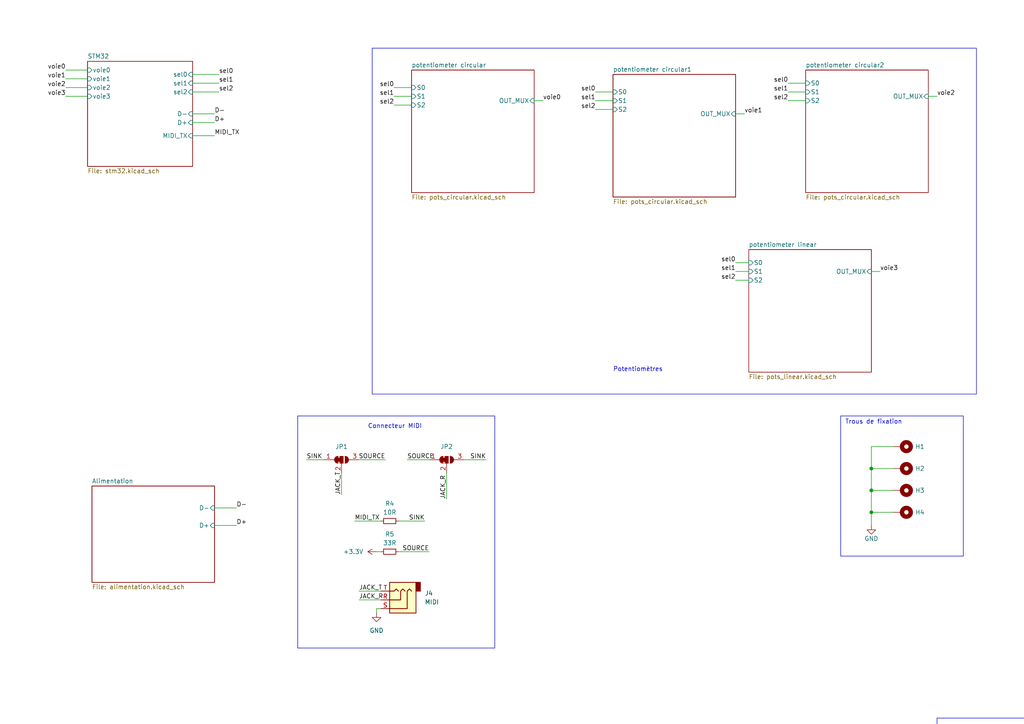
<source format=kicad_sch>
(kicad_sch (version 20231120) (generator "eeschema") (generator_version "8.0")
  (paper "A4")
  (lib_symbols
    (symbol "Connector_Audio:AudioJack3"
      (property "Reference" "J" (at 0 8.89 0))
      (property "Value" "AudioJack3" (at 0 6.35 0))
      (symbol "AudioJack3_0_1"
        (rectangle (start -5.08 -5.08) (end -6.35 -2.54) (stroke (width 0.254)) (fill (type outline)))
        (polyline (pts (xy 0 -2.54) (xy 0.635 -3.175) (xy 1.27 -2.54) (xy 2.54 -2.54)) (stroke (width 0.254)))
        (polyline (pts (xy -1.905 -2.54) (xy -1.27 -3.175) (xy -0.635 -2.54) (xy -0.635 0) (xy 2.54 0)) (stroke (width 0.254)))
        (polyline (pts (xy 2.54 2.54) (xy -2.54 2.54) (xy -2.54 -2.54) (xy -3.175 -3.175) (xy -3.81 -2.54)) (stroke (width 0.254)))
        (rectangle (start 2.54 3.81) (end -5.08 -5.08) (stroke (width 0.254)) (fill (type background)))
      )
      (symbol "AudioJack3_1_1"
        (pin passive line (at 5.08 0 180) (length 2.54) (name "~") (number "R"))
        (pin passive line (at 5.08 2.54 180) (length 2.54) (name "~") (number "S"))
        (pin passive line (at 5.08 -2.54 180) (length 2.54) (name "~") (number "T"))
      )
    )
    (symbol "Device:R_Small" (pin_numbers hide) (pin_names (offset 0.254) hide)
      (property "Reference" "R" (at 0.762 0.508 0))
      (property "Value" "R_Small" (at 0.762 -1.016 0))
      (symbol "R_Small_0_1"
        (rectangle (start -0.762 1.778) (end 0.762 -1.778) (stroke (width 0.2032)))
      )
      (symbol "R_Small_1_1"
        (pin passive line (at 0 2.54 270) (length 0.762) (name "~") (number "1"))
        (pin passive line (at 0 -2.54 90) (length 0.762) (name "~") (number "2"))
      )
    )
    (symbol "Jumper:SolderJumper_3_Bridged12" (pin_names (offset 0) hide)
      (property "Reference" "JP" (at -2.54 -2.54 0))
      (property "Value" "SolderJumper_3_Bridged12" (at 0 2.794 0))
      (symbol "SolderJumper_3_Bridged12_0_1"
        (rectangle (start -1.016 0.508) (end -0.508 -0.508) (fill (type outline)))
        (arc (start -1.016 1.016) (mid -2.0276 0) (end -1.016 -1.016))
        (arc (start -1.016 1.016) (mid -2.0276 0) (end -1.016 -1.016) (fill (type outline)))
        (rectangle (start -0.508 1.016) (end 0.508 -1.016) (fill (type outline)))
        (polyline (pts (xy -2.54 0) (xy -2.032 0)))
        (polyline (pts (xy -1.016 1.016) (xy -1.016 -1.016)))
        (polyline (pts (xy 0 -1.27) (xy 0 -1.016)))
        (polyline (pts (xy 1.016 1.016) (xy 1.016 -1.016)))
        (polyline (pts (xy 2.54 0) (xy 2.032 0)))
        (arc (start 1.016 -1.016) (mid 2.0276 0) (end 1.016 1.016))
        (arc (start 1.016 -1.016) (mid 2.0276 0) (end 1.016 1.016) (fill (type outline)))
      )
      (symbol "SolderJumper_3_Bridged12_1_1"
        (pin passive line (at -5.08 0 0) (length 2.54) (name "A") (number "1"))
        (pin passive line (at 0 -3.81 90) (length 2.54) (name "C") (number "2"))
        (pin passive line (at 5.08 0 180) (length 2.54) (name "B") (number "3"))
      )
    )
    (symbol "Mechanical:MountingHole_Pad" (pin_numbers hide) (pin_names (offset 1.016) hide)
      (property "Reference" "H" (at 0 6.35 0))
      (property "Value" "MountingHole_Pad" (at 0 4.445 0))
      (symbol "MountingHole_Pad_0_1"
        (circle (center 0 1.27) (radius 1.27) (stroke (width 1.27)))
      )
      (symbol "MountingHole_Pad_1_1"
        (pin input line (at 0 -2.54 90) (length 2.54) (name "1") (number "1"))
      )
    )
    (symbol "power:+3.3V" (power) (pin_names (offset 0))
      (property "Value" "+3.3V" (at 0 3.556 0))
      (symbol "+3.3V_0_1"
        (polyline (pts (xy -0.762 1.27) (xy 0 2.54)))
        (polyline (pts (xy 0 0) (xy 0 2.54)))
        (polyline (pts (xy 0 2.54) (xy 0.762 1.27)))
      )
      (symbol "+3.3V_1_1"
        (pin power_in line (at 0 0 90) (length 0) hide (name "+3.3V") (number "1"))
      )
    )
    (symbol "power:GND" (power) (pin_names (offset 0))
      (property "Value" "GND" (at 0 -3.81 0))
      (symbol "GND_0_1"
        (polyline (pts (xy 0 0) (xy 0 -1.27) (xy 1.27 -1.27) (xy 0 -2.54) (xy -1.27 -1.27) (xy 0 -1.27)))
      )
      (symbol "GND_1_1"
        (pin power_in line (at 0 0 270) (length 0) hide (name "GND") (number "1"))
      )
    )
  )
  (junction (at 252.73 135.89))
  (junction (at 252.73 148.59))
  (junction (at 252.73 142.24))
  (polyline (pts (xy 364.49 208.28) (xy 271.78 208.28)))
  (wire (pts (xy 213.36 81.28) (xy 217.17 81.28)))
  (wire (pts (xy 55.88 33.02) (xy 62.23 33.02)))
  (wire (pts (xy 102.87 151.13) (xy 110.49 151.13)))
  (wire (pts (xy 109.22 160.02) (xy 110.49 160.02)))
  (wire (pts (xy 172.72 26.67) (xy 177.8 26.67)))
  (wire (pts (xy 259.08 148.59) (xy 252.73 148.59)))
  (wire (pts (xy 259.08 135.89) (xy 252.73 135.89)))
  (wire (pts (xy 114.3 25.4) (xy 119.38 25.4)))
  (wire (pts (xy 228.6 26.67) (xy 233.68 26.67)))
  (wire (pts (xy 99.06 137.16) (xy 99.06 143.51)))
  (wire (pts (xy 213.36 33.02) (xy 215.9 33.02)))
  (wire (pts (xy 252.73 135.89) (xy 252.73 142.24)))
  (wire (pts (xy 104.14 171.45) (xy 110.49 171.45)))
  (wire (pts (xy 252.73 78.74) (xy 255.27 78.74)))
  (wire (pts (xy 63.5 21.59) (xy 55.88 21.59)))
  (wire (pts (xy 213.36 76.2) (xy 217.17 76.2)))
  (wire (pts (xy 25.4 25.4) (xy 19.05 25.4)))
  (wire (pts (xy 114.3 30.48) (xy 119.38 30.48)))
  (wire (pts (xy 172.72 29.21) (xy 177.8 29.21)))
  (wire (pts (xy 63.5 26.67) (xy 55.88 26.67)))
  (wire (pts (xy 252.73 129.54) (xy 252.73 135.89)))
  (wire (pts (xy 109.22 177.8) (xy 109.22 176.53)))
  (wire (pts (xy 104.14 173.99) (xy 110.49 173.99)))
  (wire (pts (xy 252.73 148.59) (xy 252.73 152.4)))
  (wire (pts (xy 104.14 133.35) (xy 111.76 133.35)))
  (wire (pts (xy 115.57 160.02) (xy 124.46 160.02)))
  (wire (pts (xy 213.36 78.74) (xy 217.17 78.74)))
  (wire (pts (xy 114.3 27.94) (xy 119.38 27.94)))
  (wire (pts (xy 154.94 29.21) (xy 157.48 29.21)))
  (wire (pts (xy 25.4 22.86) (xy 19.05 22.86)))
  (wire (pts (xy 228.6 29.21) (xy 233.68 29.21)))
  (wire (pts (xy 129.54 137.16) (xy 129.54 144.78)))
  (wire (pts (xy 252.73 142.24) (xy 252.73 148.59)))
  (wire (pts (xy 63.5 24.13) (xy 55.88 24.13)))
  (wire (pts (xy 115.57 151.13) (xy 123.19 151.13)))
  (wire (pts (xy 25.4 20.32) (xy 19.05 20.32)))
  (wire (pts (xy 62.23 152.4) (xy 68.58 152.4)))
  (wire (pts (xy 88.9 133.35) (xy 93.98 133.35)))
  (wire (pts (xy 62.23 147.32) (xy 68.58 147.32)))
  (wire (pts (xy 109.22 176.53) (xy 110.49 176.53)))
  (polyline (pts (xy 271.78 208.28) (xy 271.78 219.71)))
  (wire (pts (xy 228.6 24.13) (xy 233.68 24.13)))
  (wire (pts (xy 19.05 27.94) (xy 25.4 27.94)))
  (wire (pts (xy 259.08 129.54) (xy 252.73 129.54)))
  (wire (pts (xy 55.88 35.56) (xy 62.23 35.56)))
  (wire (pts (xy 118.11 133.35) (xy 124.46 133.35)))
  (wire (pts (xy 269.24 27.94) (xy 271.78 27.94)))
  (wire (pts (xy 55.88 39.37) (xy 62.23 39.37)))
  (wire (pts (xy 172.72 31.75) (xy 177.8 31.75)))
  (wire (pts (xy 134.62 133.35) (xy 140.97 133.35)))
  (wire (pts (xy 259.08 142.24) (xy 252.73 142.24)))
  (rectangle (start 86.36 120.65) (end 143.51 187.96))
  (rectangle (start 243.84 120.65) (end 279.4 161.29))
  (rectangle (start 107.95 13.97) (end 283.21 114.3))
  (text "Trous de fixation" (at 245.11 123.19 0) (effects (font (size 1.27 1.27)) (justify left bottom)))
  (text "Potentiomètres" (at 177.8 107.95 0) (effects (font (size 1.27 1.27)) (justify left bottom)))
  (text "Connecteur MIDI" (at 106.68 124.46 0) (effects (font (size 1.27 1.27)) (justify left bottom)))
  (label "JACK_R" (at 104.14 173.99 0))
  (label "SINK" (at 88.9 133.35 0))
  (label "D+" (at 68.58 152.4 0))
  (label "MIDI_TX" (at 62.23 39.37 0))
  (label "SOURCE" (at 118.11 133.35 0))
  (label "sel2" (at 63.5 26.67 0))
  (label "D-" (at 62.23 33.02 0))
  (label "sel2" (at 114.3 30.48 180))
  (label "sel0" (at 172.72 26.67 180))
  (label "sel2" (at 172.72 31.75 180))
  (label "sel0" (at 228.6 24.13 180))
  (label "voie1" (at 19.05 22.86 180))
  (label "voie0" (at 19.05 20.32 180))
  (label "D-" (at 68.58 147.32 0))
  (label "JACK_R" (at 129.54 144.78 90))
  (label "MIDI_TX" (at 102.87 151.13 0))
  (label "voie3" (at 19.05 27.94 180))
  (label "voie2" (at 19.05 25.4 180))
  (label "sel1" (at 172.72 29.21 180))
  (label "voie3" (at 255.27 78.74 0))
  (label "voie2" (at 271.78 27.94 0))
  (label "SOURCE" (at 111.76 133.35 180))
  (label "D+" (at 62.23 35.56 0))
  (label "sel1" (at 213.36 78.74 180))
  (label "SINK" (at 123.19 151.13 180))
  (label "sel2" (at 228.6 29.21 180))
  (label "sel0" (at 114.3 25.4 180))
  (label "sel2" (at 213.36 81.28 180))
  (label "sel0" (at 213.36 76.2 180))
  (label "sel1" (at 228.6 26.67 180))
  (label "voie1" (at 215.9 33.02 0))
  (label "JACK_T" (at 104.14 171.45 0))
  (label "SINK" (at 140.97 133.35 180))
  (label "voie0" (at 157.48 29.21 0))
  (label "sel1" (at 63.5 24.13 0))
  (label "sel1" (at 114.3 27.94 180))
  (label "SOURCE" (at 124.46 160.02 180))
  (label "sel0" (at 63.5 21.59 0))
  (label "JACK_T" (at 99.06 143.51 90))
  (symbol (lib_id "power:GND") (at 252.73 152.4 0) (unit 1)
    (property "Reference" "#PWR010" (effects (hide yes)))
    (property "Value" "GND" (at 252.73 156.21 0))
  )
  (symbol (lib_id "Mechanical:MountingHole_Pad") (at 261.62 142.24 270) (unit 1)
    (property "Reference" "H3" (at 265.43 142.24 90) (effects (justify left)))
    (property "Value" "MountingHole_Pad" (effects (hide yes)))
    (property "Footprint" "MountingHole:MountingHole_3.2mm_M3_Pad_Via" (effects (hide yes)))
  )
  (symbol (lib_id "Mechanical:MountingHole_Pad") (at 261.62 148.59 270) (unit 1)
    (property "Reference" "H4" (at 265.43 148.59 90) (effects (justify left)))
    (property "Value" "MountingHole_Pad" (effects (hide yes)))
    (property "Footprint" "MountingHole:MountingHole_3.2mm_M3_Pad_Via" (effects (hide yes)))
  )
  (symbol (lib_id "power:GND") (at 109.22 177.8 0) (unit 1)
    (property "Reference" "#PWR047" (effects (hide yes)))
    (property "Value" "GND" (at 109.22 182.88 0))
  )
  (symbol (lib_id "power:+3.3V") (at 109.22 160.02 90) (unit 1)
    (property "Reference" "#PWR048" (effects (hide yes)))
    (property "Value" "+3.3V" (at 105.41 160.02 90) (effects (justify left)))
  )
  (symbol (lib_id "Mechanical:MountingHole_Pad") (at 261.62 129.54 270) (unit 1)
    (property "Reference" "H1" (at 265.43 129.54 90) (effects (justify left)))
    (property "Value" "MountingHole_Pad" (effects (hide yes)))
    (property "Footprint" "MountingHole:MountingHole_3.2mm_M3_Pad_Via" (effects (hide yes)))
  )
  (symbol (lib_id "Mechanical:MountingHole_Pad") (at 261.62 135.89 270) (unit 1)
    (property "Reference" "H2" (at 265.43 135.89 90) (effects (justify left)))
    (property "Value" "MountingHole_Pad" (effects (hide yes)))
    (property "Footprint" "MountingHole:MountingHole_3.2mm_M3_Pad_Via" (effects (hide yes)))
  )
  (symbol (lib_id "Device:R_Small") (at 113.03 160.02 90) (unit 1)
    (property "Reference" "R5" (at 113.03 154.94 90))
    (property "Value" "33R" (at 113.03 157.48 90))
    (property "Footprint" "Resistor_SMD:R_0805_2012Metric" (effects (hide yes)))
  )
  (symbol (lib_id "Jumper:SolderJumper_3_Bridged12") (at 129.54 133.35 0) (unit 1)
    (property "Reference" "JP2" (at 129.54 129.54 0))
    (property "Value" "SolderJumper_3_Bridged12" (effects (hide yes)))
    (property "Footprint" "Jumper:SolderJumper-3_P1.3mm_Bridged12_RoundedPad1.0x1.5mm" (effects (hide yes)))
  )
  (symbol (lib_id "Device:R_Small") (at 113.03 151.13 90) (unit 1)
    (property "Reference" "R4" (at 113.03 146.05 90))
    (property "Value" "10R" (at 113.03 148.59 90))
    (property "Footprint" "Resistor_SMD:R_0805_2012Metric" (effects (hide yes)))
  )
  (symbol (lib_id "Connector_Audio:AudioJack3") (at 115.57 173.99 180) (unit 1)
    (property "Reference" "J4" (at 123.19 172.085 0) (effects (justify right)))
    (property "Value" "MIDI" (at 123.19 174.625 0) (effects (justify right)))
    (property "Footprint" "Connector_Audio:Jack_3.5mm_CUI_SJ-3523-SMT_Horizontal" (effects (hide yes)))
  )
  (symbol (lib_id "Jumper:SolderJumper_3_Bridged12") (at 99.06 133.35 0) (unit 1)
    (property "Reference" "JP1" (at 99.06 129.54 0))
    (property "Value" "SolderJumper_3_Bridged12" (effects (hide yes)))
    (property "Footprint" "Jumper:SolderJumper-3_P1.3mm_Bridged12_RoundedPad1.0x1.5mm" (effects (hide yes)))
  )
  (sheet (at 177.8 21.59) (size 35.56 35.56) (stroke (width 0.1524))
    (property "Sheetname" "potentiometer circular1" (at 177.8 20.8784 0) (effects (justify left bottom)))
    (property "Sheetfile" "pots_circular.kicad_sch" (at 177.8 57.7346 0) (effects (justify left top)))
    (pin "S1" input (at 177.8 29.21 180))
    (pin "S2" input (at 177.8 31.75 180))
    (pin "OUT_MUX" input (at 213.36 33.02 0))
    (pin "S0" input (at 177.8 26.67 180))
  )
  (sheet (at 119.38 20.32) (size 35.56 35.56) (stroke (width 0.1524))
    (property "Sheetname" "potentiometer circular" (at 119.38 19.6084 0) (effects (justify left bottom)))
    (property "Sheetfile" "pots_circular.kicad_sch" (at 119.38 56.4646 0) (effects (justify left top)))
    (pin "S1" input (at 119.38 27.94 180))
    (pin "S2" input (at 119.38 30.48 180))
    (pin "OUT_MUX" input (at 154.94 29.21 0))
    (pin "S0" input (at 119.38 25.4 180))
  )
  (sheet (at 233.68 20.32) (size 35.56 35.56) (stroke (width 0.1524))
    (property "Sheetname" "potentiometer circular2" (at 233.68 19.6084 0) (effects (justify left bottom)))
    (property "Sheetfile" "pots_circular.kicad_sch" (at 233.68 56.4646 0) (effects (justify left top)))
    (pin "S1" input (at 233.68 26.67 180))
    (pin "S2" input (at 233.68 29.21 180))
    (pin "OUT_MUX" input (at 269.24 27.94 0))
    (pin "S0" input (at 233.68 24.13 180))
  )
  (sheet (at 25.4 17.78) (size 30.48 30.48) (stroke (width 0.1524))
    (property "Sheetname" "STM32" (at 25.4 17.0684 0) (effects (justify left bottom)))
    (property "Sheetfile" "stm32.kicad_sch" (at 25.4 48.8446 0) (effects (justify left top)))
    (pin "voie0" input (at 25.4 20.32 180))
    (pin "voie1" input (at 25.4 22.86 180))
    (pin "voie3" input (at 25.4 27.94 180))
    (pin "voie2" input (at 25.4 25.4 180))
    (pin "sel0" input (at 55.88 21.59 0))
    (pin "sel1" input (at 55.88 24.13 0))
    (pin "sel2" input (at 55.88 26.67 0))
    (pin "D-" input (at 55.88 33.02 0))
    (pin "D+" input (at 55.88 35.56 0))
    (pin "MIDI_TX" input (at 55.88 39.37 0))
  )
  (sheet (at 217.17 72.39) (size 35.56 35.56) (stroke (width 0.1524))
    (property "Sheetname" "potentiometer linear" (at 217.17 71.6784 0) (effects (justify left bottom)))
    (property "Sheetfile" "pots_linear.kicad_sch" (at 217.17 108.5346 0) (effects (justify left top)))
    (pin "S1" input (at 217.17 78.74 180))
    (pin "S2" input (at 217.17 81.28 180))
    (pin "OUT_MUX" input (at 252.73 78.74 0))
    (pin "S0" input (at 217.17 76.2 180))
  )
  (sheet (at 26.67 140.97) (size 35.56 27.94) (stroke (width 0.1524))
    (property "Sheetname" "Alimentation" (at 26.67 140.2584 0) (effects (justify left bottom)))
    (property "Sheetfile" "alimentation.kicad_sch" (at 26.67 169.4946 0) (effects (justify left top)))
    (pin "D-" input (at 62.23 147.32 0))
    (pin "D+" input (at 62.23 152.4 0))
  )
)
</source>
